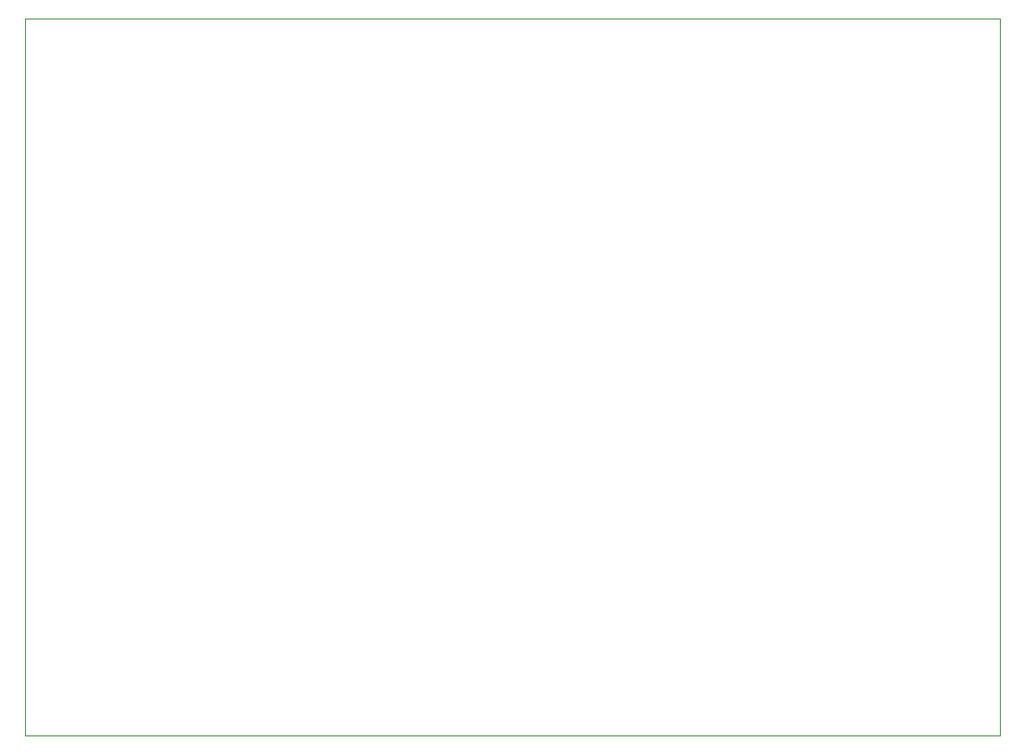
<source format=gm1>
G04 #@! TF.GenerationSoftware,KiCad,Pcbnew,8.0.8*
G04 #@! TF.CreationDate,2025-03-31T15:28:12-05:00*
G04 #@! TF.ProjectId,Group_29_Handheld,47726f75-705f-4323-995f-48616e646865,rev?*
G04 #@! TF.SameCoordinates,Original*
G04 #@! TF.FileFunction,Profile,NP*
%FSLAX46Y46*%
G04 Gerber Fmt 4.6, Leading zero omitted, Abs format (unit mm)*
G04 Created by KiCad (PCBNEW 8.0.8) date 2025-03-31 15:28:12*
%MOMM*%
%LPD*%
G01*
G04 APERTURE LIST*
G04 #@! TA.AperFunction,Profile*
%ADD10C,0.050000*%
G04 #@! TD*
G04 APERTURE END LIST*
D10*
X95948500Y-23000000D02*
X184948500Y-23000000D01*
X184948500Y-88500000D01*
X95948500Y-88500000D01*
X95948500Y-23000000D01*
M02*

</source>
